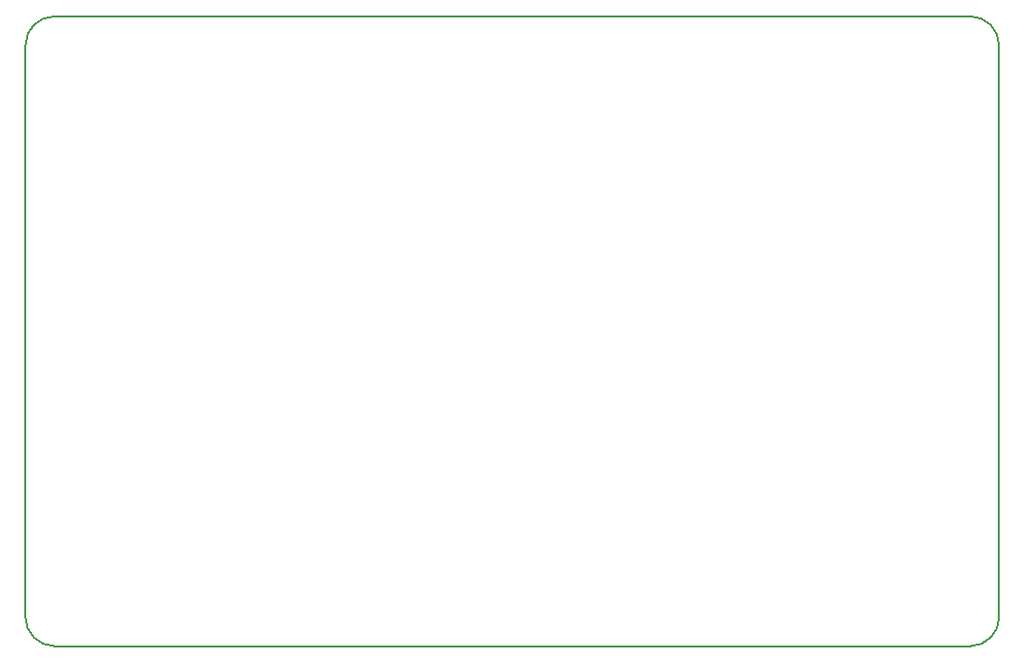
<source format=gm1>
G04 #@! TF.GenerationSoftware,KiCad,Pcbnew,(5.1.5-0-10_14)*
G04 #@! TF.CreationDate,2021-06-08T11:11:05+02:00*
G04 #@! TF.ProjectId,Nestbox,4e657374-626f-4782-9e6b-696361645f70,rev?*
G04 #@! TF.SameCoordinates,Original*
G04 #@! TF.FileFunction,Profile,NP*
%FSLAX46Y46*%
G04 Gerber Fmt 4.6, Leading zero omitted, Abs format (unit mm)*
G04 Created by KiCad (PCBNEW (5.1.5-0-10_14)) date 2021-06-08 11:11:05*
%MOMM*%
%LPD*%
G04 APERTURE LIST*
%ADD10C,0.200000*%
G04 APERTURE END LIST*
D10*
X177500000Y105000000D02*
G75*
G02X180000000Y102500000I0J-2500000D01*
G01*
X180000000Y52500000D02*
G75*
G02X177500000Y50000000I-2500000J0D01*
G01*
X97500000Y50000000D02*
G75*
G02X95000000Y52500000I0J2500000D01*
G01*
X95000000Y102500000D02*
G75*
G02X97500000Y105000000I2500000J0D01*
G01*
X180000000Y102500000D02*
X180000000Y52500000D01*
X97500000Y105000000D02*
X177500000Y105000000D01*
X95000000Y52500000D02*
X95000000Y102500000D01*
X177500000Y50000000D02*
X97500000Y50000000D01*
M02*

</source>
